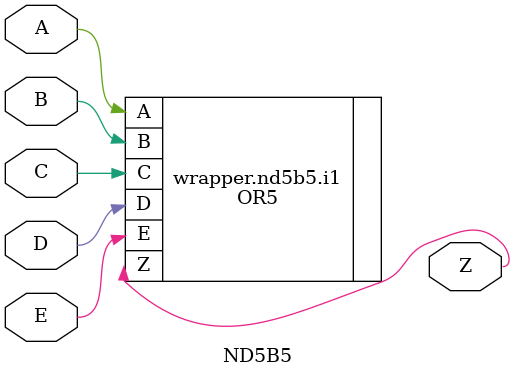
<source format=v>
`resetall
`timescale 1 ns / 100 ps

/* Created by DB2VERILOG Version 1.0.1.1 on Mon May 16 13:33:55 1994 */
/* module compiled from "lsl2db 3.6.4" run */


`celldefine
module ND5B5 (A, B, C, D, E, Z);
input  A, B, C, D, E;
output Z;

OR5  \wrapper.nd5b5.i1 (.A(A), .B(B), .C(C), .D(D), .E(E), .Z(Z));

endmodule 
`endcelldefine

</source>
